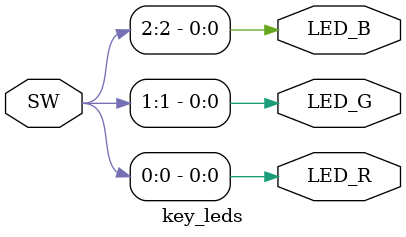
<source format=v>
/* RGB LED control via 4'bit KEY */
/* KEY[1] --> R */
/* KEY[2] --> G */
/* KEY[3] --> B */

module key_leds (
   input [2:0] SW,
   output LED_R,
   output LED_G, 
   output LED_B
);

assign LED_R = SW[0];
assign LED_G = SW[1];
assign LED_B = SW[2];

endmodule // top

</source>
